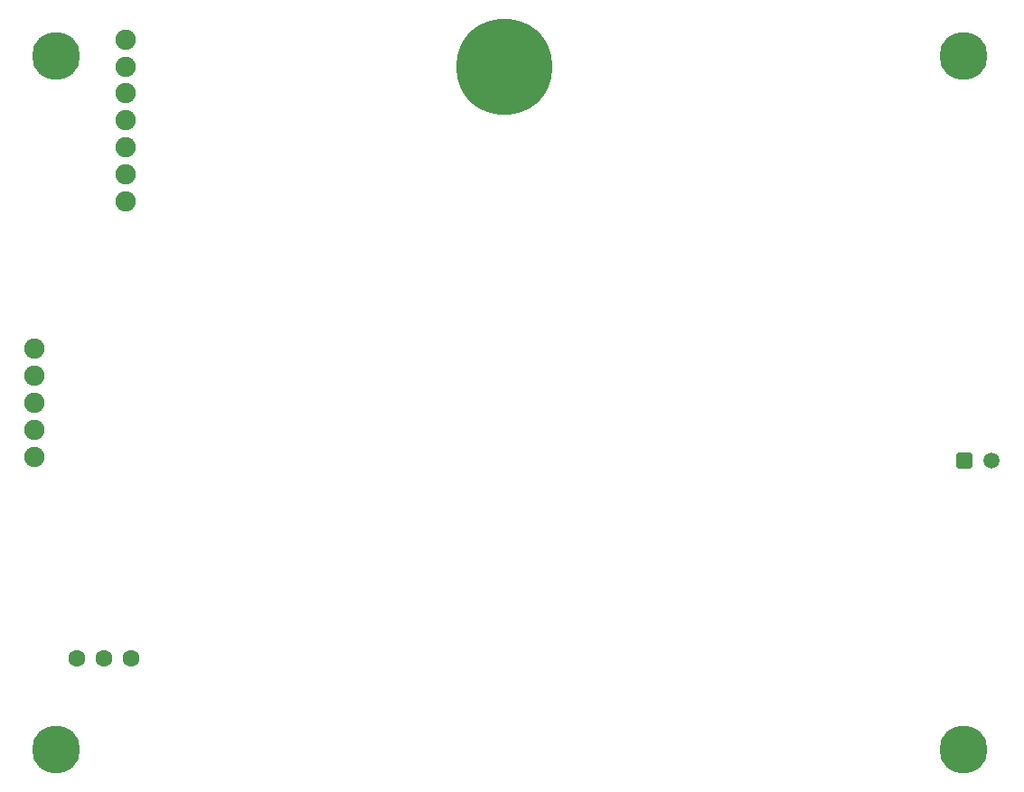
<source format=gbr>
%TF.GenerationSoftware,KiCad,Pcbnew,9.0.7-1.fc42*%
%TF.CreationDate,2026-02-03T17:14:13+01:00*%
%TF.ProjectId,air_sensor,6169725f-7365-46e7-936f-722e6b696361,rev?*%
%TF.SameCoordinates,Original*%
%TF.FileFunction,Soldermask,Bot*%
%TF.FilePolarity,Negative*%
%FSLAX46Y46*%
G04 Gerber Fmt 4.6, Leading zero omitted, Abs format (unit mm)*
G04 Created by KiCad (PCBNEW 9.0.7-1.fc42) date 2026-02-03 17:14:13*
%MOMM*%
%LPD*%
G01*
G04 APERTURE LIST*
G04 Aperture macros list*
%AMRoundRect*
0 Rectangle with rounded corners*
0 $1 Rounding radius*
0 $2 $3 $4 $5 $6 $7 $8 $9 X,Y pos of 4 corners*
0 Add a 4 corners polygon primitive as box body*
4,1,4,$2,$3,$4,$5,$6,$7,$8,$9,$2,$3,0*
0 Add four circle primitives for the rounded corners*
1,1,$1+$1,$2,$3*
1,1,$1+$1,$4,$5*
1,1,$1+$1,$6,$7*
1,1,$1+$1,$8,$9*
0 Add four rect primitives between the rounded corners*
20,1,$1+$1,$2,$3,$4,$5,0*
20,1,$1+$1,$4,$5,$6,$7,0*
20,1,$1+$1,$6,$7,$8,$9,0*
20,1,$1+$1,$8,$9,$2,$3,0*%
G04 Aperture macros list end*
%ADD10C,4.500000*%
%ADD11C,1.600000*%
%ADD12C,1.905000*%
%ADD13RoundRect,0.250000X-0.500000X-0.500000X0.500000X-0.500000X0.500000X0.500000X-0.500000X0.500000X0*%
%ADD14C,1.500000*%
%ADD15C,9.000000*%
G04 APERTURE END LIST*
D10*
%TO.C,REF\u002A\u002A*%
X117000000Y-136000000D03*
%TD*%
D11*
%TO.C,J4*%
X118920000Y-127500000D03*
X121460000Y-127500000D03*
X124000000Y-127500000D03*
%TD*%
D10*
%TO.C,REF\u002A\u002A*%
X202000000Y-71000000D03*
%TD*%
D12*
%TO.C,G1*%
X115000000Y-98460000D03*
X115000000Y-101000000D03*
X115000000Y-103500000D03*
X115000000Y-106040000D03*
X115000000Y-108580000D03*
%TD*%
D10*
%TO.C,REF\u002A\u002A*%
X117000000Y-71000000D03*
%TD*%
D12*
%TO.C,S4*%
X123500000Y-69460000D03*
X123500000Y-72000000D03*
X123500000Y-74500000D03*
X123500000Y-77040000D03*
X123500000Y-79580000D03*
X123500000Y-82120000D03*
X123500000Y-84660000D03*
%TD*%
D10*
%TO.C,REF\u002A\u002A*%
X202000000Y-136000000D03*
%TD*%
D13*
%TO.C,D1*%
X202110000Y-108980000D03*
D14*
X204650000Y-108980000D03*
%TD*%
D15*
%TO.C,REF\u002A\u002A*%
X159000000Y-72000000D03*
%TD*%
M02*

</source>
